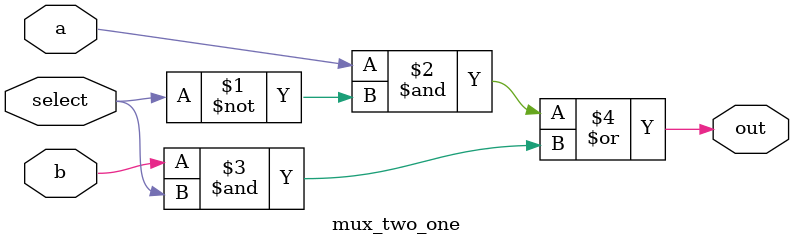
<source format=v>

`timescale 1ns / 1ps


module mux_two_one(a, b, select, out);
    input a, b, select;
    output out;
    
    assign out = (a & ~select) | (b & select);
endmodule

</source>
